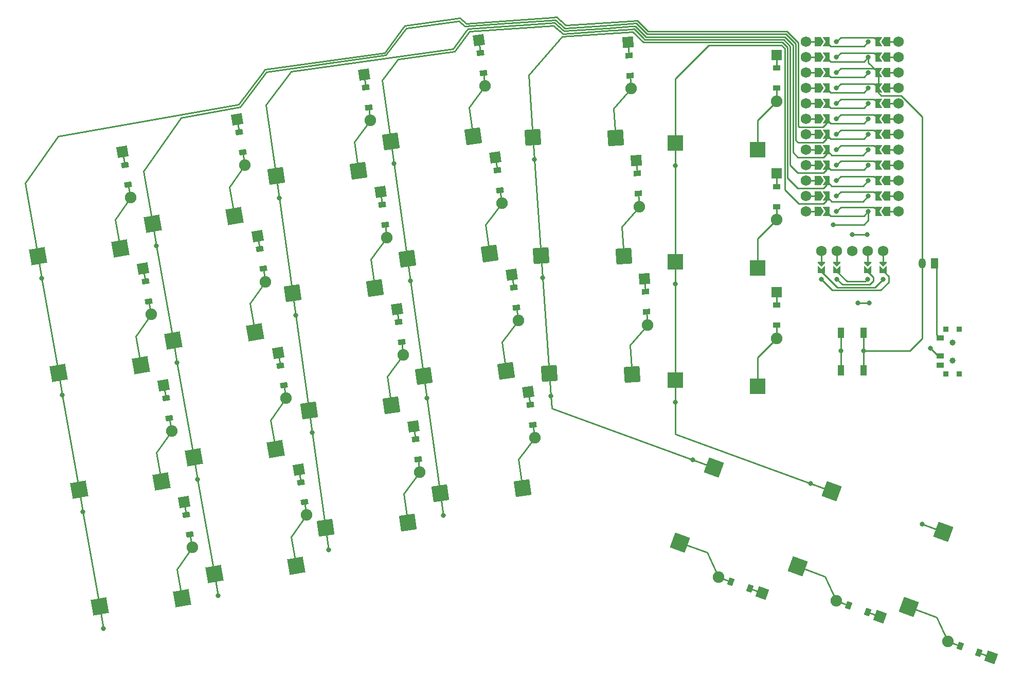
<source format=gbr>
%TF.GenerationSoftware,KiCad,Pcbnew,8.0.2*%
%TF.CreationDate,2024-05-15T16:11:07-05:00*%
%TF.ProjectId,janus,6a616e75-732e-46b6-9963-61645f706362,v1.0.0*%
%TF.SameCoordinates,Original*%
%TF.FileFunction,Copper,L2,Bot*%
%TF.FilePolarity,Positive*%
%FSLAX46Y46*%
G04 Gerber Fmt 4.6, Leading zero omitted, Abs format (unit mm)*
G04 Created by KiCad (PCBNEW 8.0.2) date 2024-05-15 16:11:07*
%MOMM*%
%LPD*%
G01*
G04 APERTURE LIST*
G04 Aperture macros list*
%AMRotRect*
0 Rectangle, with rotation*
0 The origin of the aperture is its center*
0 $1 length*
0 $2 width*
0 $3 Rotation angle, in degrees counterclockwise*
0 Add horizontal line*
21,1,$1,$2,0,0,$3*%
%AMFreePoly0*
4,1,6,0.600000,0.200000,0.000000,-0.400000,-0.600000,0.200000,-0.600000,0.400000,0.600000,0.400000,0.600000,0.200000,0.600000,0.200000,$1*%
%AMFreePoly1*
4,1,6,0.600000,-0.250000,-0.600000,-0.250000,-0.600000,1.000000,0.000000,0.400000,0.600000,1.000000,0.600000,-0.250000,0.600000,-0.250000,$1*%
%AMFreePoly2*
4,1,6,0.500000,-0.750000,-0.500000,-0.750000,-1.000000,0.000000,-0.500000,0.750000,0.500000,0.750000,0.500000,-0.750000,0.500000,-0.750000,$1*%
%AMFreePoly3*
4,1,6,0.150000,0.000000,0.650000,-0.750000,-0.500000,-0.750000,-0.500000,0.750000,0.650000,0.750000,0.150000,0.000000,0.150000,0.000000,$1*%
G04 Aperture macros list end*
%TA.AperFunction,SMDPad,CuDef*%
%ADD10FreePoly0,0.000000*%
%TD*%
%TA.AperFunction,SMDPad,CuDef*%
%ADD11FreePoly1,0.000000*%
%TD*%
%TA.AperFunction,ComponentPad*%
%ADD12C,0.800000*%
%TD*%
%TA.AperFunction,ComponentPad*%
%ADD13C,1.752600*%
%TD*%
%TA.AperFunction,SMDPad,CuDef*%
%ADD14R,0.900000X0.900000*%
%TD*%
%TA.AperFunction,WasherPad*%
%ADD15C,1.000000*%
%TD*%
%TA.AperFunction,SMDPad,CuDef*%
%ADD16R,1.250000X0.900000*%
%TD*%
%TA.AperFunction,SMDPad,CuDef*%
%ADD17R,1.100000X1.800000*%
%TD*%
%TA.AperFunction,ComponentPad*%
%ADD18R,1.778000X1.778000*%
%TD*%
%TA.AperFunction,SMDPad,CuDef*%
%ADD19R,1.200000X0.900000*%
%TD*%
%TA.AperFunction,ComponentPad*%
%ADD20C,1.905000*%
%TD*%
%TA.AperFunction,SMDPad,CuDef*%
%ADD21RotRect,2.600000X2.600000X10.000000*%
%TD*%
%TA.AperFunction,ComponentPad*%
%ADD22RotRect,1.778000X1.778000X278.000000*%
%TD*%
%TA.AperFunction,SMDPad,CuDef*%
%ADD23RotRect,0.900000X1.200000X278.000000*%
%TD*%
%TA.AperFunction,SMDPad,CuDef*%
%ADD24RotRect,2.600000X2.600000X8.000000*%
%TD*%
%TA.AperFunction,SMDPad,CuDef*%
%ADD25R,2.600000X2.600000*%
%TD*%
%TA.AperFunction,ComponentPad*%
%ADD26RotRect,1.778000X1.778000X160.000000*%
%TD*%
%TA.AperFunction,SMDPad,CuDef*%
%ADD27RotRect,0.900000X1.200000X160.000000*%
%TD*%
%TA.AperFunction,ComponentPad*%
%ADD28RotRect,1.778000X1.778000X274.000000*%
%TD*%
%TA.AperFunction,SMDPad,CuDef*%
%ADD29RotRect,0.900000X1.200000X274.000000*%
%TD*%
%TA.AperFunction,ComponentPad*%
%ADD30RotRect,1.778000X1.778000X280.000000*%
%TD*%
%TA.AperFunction,SMDPad,CuDef*%
%ADD31RotRect,0.900000X1.200000X280.000000*%
%TD*%
%TA.AperFunction,ComponentPad*%
%ADD32R,1.200000X1.700000*%
%TD*%
%TA.AperFunction,ComponentPad*%
%ADD33O,1.200000X1.700000*%
%TD*%
%TA.AperFunction,SMDPad,CuDef*%
%ADD34FreePoly2,180.000000*%
%TD*%
%TA.AperFunction,SMDPad,CuDef*%
%ADD35FreePoly3,180.000000*%
%TD*%
%TA.AperFunction,SMDPad,CuDef*%
%ADD36FreePoly3,0.000000*%
%TD*%
%TA.AperFunction,SMDPad,CuDef*%
%ADD37FreePoly2,0.000000*%
%TD*%
%TA.AperFunction,SMDPad,CuDef*%
%ADD38RotRect,2.600000X2.600000X4.000000*%
%TD*%
%TA.AperFunction,SMDPad,CuDef*%
%ADD39RotRect,2.600000X2.600000X250.000000*%
%TD*%
%TA.AperFunction,ViaPad*%
%ADD40C,0.800000*%
%TD*%
%TA.AperFunction,Conductor*%
%ADD41C,0.250000*%
%TD*%
G04 APERTURE END LIST*
D10*
%TO.P,OLED1,*%
%TO.N,O1*%
X267709351Y-135545229D03*
D11*
%TO.N,P1*%
X267709351Y-136722028D03*
D12*
%TO.N,P2*%
X267709351Y-137992028D03*
D11*
%TO.N,GND*%
X270249345Y-136722033D03*
D10*
%TO.N,O2*%
X270249351Y-135545228D03*
D12*
%TO.N,P3*%
X270249351Y-137992028D03*
D10*
%TO.N,O4*%
X275329351Y-135545228D03*
D11*
%TO.N,P3*%
X275329351Y-136722028D03*
D12*
%TO.N,GND*%
X275329351Y-137992028D03*
D10*
%TO.N,O5*%
X277869354Y-135545228D03*
D11*
%TO.N,P2*%
X277869351Y-136722028D03*
D12*
%TO.N,P1*%
X277869351Y-137992028D03*
D13*
%TO.P,OLED1,1*%
%TO.N,O1*%
X267709351Y-133390028D03*
%TO.P,OLED1,2*%
%TO.N,O2*%
X270249351Y-133390028D03*
%TO.P,OLED1,3*%
%TO.N,VCC*%
X272789351Y-133390028D03*
%TO.P,OLED1,4*%
%TO.N,O4*%
X275329351Y-133390028D03*
%TO.P,OLED1,5*%
%TO.N,O5*%
X277869351Y-133390028D03*
%TD*%
D14*
%TO.P,T1,*%
%TO.N,*%
X290389355Y-146210031D03*
X288189355Y-146210031D03*
D15*
X289289355Y-148410031D03*
X289289355Y-151410031D03*
D14*
X290389355Y-153610031D03*
X288189355Y-153610031D03*
D16*
%TO.P,T1,1*%
%TO.N,BPOS*%
X287214355Y-147660031D03*
%TO.P,T1,2*%
%TO.N,RAW*%
X287214355Y-150660031D03*
%TO.P,T1,3*%
%TO.N,N/C*%
X287214355Y-152160031D03*
%TD*%
D17*
%TO.P,B1,1*%
%TO.N,GND*%
X274639354Y-146810049D03*
X274639354Y-153010031D03*
%TO.P,B1,2*%
%TO.N,RST*%
X270939354Y-146810049D03*
X270939354Y-153010031D03*
%TD*%
D18*
%TO.P,D20,1*%
%TO.N,P8*%
X260289343Y-140100035D03*
D19*
X260289343Y-142260035D03*
%TO.P,D20,2*%
%TO.N,inner_bottom*%
X260289343Y-145560035D03*
D20*
X260289343Y-147720035D03*
%TD*%
D21*
%TO.P,S6,1*%
%TO.N,P19*%
X164369587Y-167288316D03*
D12*
X165008961Y-170914370D03*
D21*
%TO.P,S6,2*%
%TO.N,pinky_bottom*%
X177896062Y-165969432D03*
%TD*%
D22*
%TO.P,D12,1*%
%TO.N,P6*%
X192412629Y-104307571D03*
D23*
X192713244Y-106446550D03*
%TO.P,D12,2*%
%TO.N,ring_top*%
X193172516Y-109714434D03*
D20*
X193473131Y-111853413D03*
%TD*%
D12*
%TO.P,S12,1*%
%TO.N,P18*%
X178431739Y-124643245D03*
D24*
X177919304Y-120997078D03*
%TO.P,S12,2*%
%TO.N,ring_top*%
X191483567Y-120151063D03*
%TD*%
D25*
%TO.P,S22,1*%
%TO.N,P16*%
X243614359Y-115610034D03*
D12*
X243614359Y-119292034D03*
D25*
%TO.P,S22,2*%
%TO.N,inner_top*%
X257164359Y-116660034D03*
%TD*%
D26*
%TO.P,D23,1*%
%TO.N,P9*%
X257949704Y-189626631D03*
D27*
X255919974Y-188887868D03*
%TO.P,D23,2*%
%TO.N,inner_cluster*%
X252818978Y-187759200D03*
D20*
X250789248Y-187020437D03*
%TD*%
D22*
%TO.P,D15,1*%
%TO.N,P7*%
X214019207Y-117933125D03*
D23*
X214319822Y-120072104D03*
%TO.P,D15,2*%
%TO.N,middle_home*%
X214779094Y-123339988D03*
D20*
X215079709Y-125478967D03*
%TD*%
D21*
%TO.P,S8,1*%
%TO.N,P19*%
X157597291Y-128880805D03*
D12*
X158236665Y-132506859D03*
D21*
%TO.P,S8,2*%
%TO.N,pinky_top*%
X171123766Y-127561921D03*
%TD*%
%TO.P,S4,1*%
%TO.N,P20*%
X138740845Y-134236567D03*
D12*
X139380219Y-137862621D03*
D21*
%TO.P,S4,2*%
%TO.N,outer_top*%
X152267320Y-132917683D03*
%TD*%
D12*
%TO.P,S15,1*%
%TO.N,P15*%
X200038326Y-138268785D03*
D24*
X199525891Y-134622618D03*
%TO.P,S15,2*%
%TO.N,middle_home*%
X213090154Y-133776603D03*
%TD*%
D21*
%TO.P,S1,1*%
%TO.N,P20*%
X148899266Y-191847820D03*
D12*
X149538640Y-195473874D03*
D21*
%TO.P,S1,2*%
%TO.N,outer_mod*%
X162425741Y-190528936D03*
%TD*%
D25*
%TO.P,S20,1*%
%TO.N,P16*%
X243614348Y-154610041D03*
D12*
X243614348Y-158292041D03*
D25*
%TO.P,S20,2*%
%TO.N,inner_bottom*%
X257164348Y-155660041D03*
%TD*%
D28*
%TO.P,D19,1*%
%TO.N,P6*%
X235840585Y-99006181D03*
D29*
X235991259Y-101160919D03*
%TO.P,D19,2*%
%TO.N,index_top*%
X236221455Y-104452881D03*
D20*
X236372129Y-106607619D03*
%TD*%
D12*
%TO.P,S16,1*%
%TO.N,P15*%
X197324456Y-118958560D03*
D24*
X196812021Y-115312393D03*
%TO.P,S16,2*%
%TO.N,middle_top*%
X210376284Y-114466378D03*
%TD*%
D30*
%TO.P,D3,1*%
%TO.N,P7*%
X156029023Y-136255170D03*
D31*
X156404104Y-138382355D03*
%TO.P,D3,2*%
%TO.N,outer_home*%
X156977142Y-141632223D03*
D20*
X157352223Y-143759408D03*
%TD*%
D26*
%TO.P,D25,1*%
%TO.N,P9*%
X295659414Y-200215192D03*
D27*
X293629679Y-199476428D03*
%TO.P,D25,2*%
%TO.N,outer_cluster*%
X290528691Y-198347762D03*
D20*
X288498956Y-197608998D03*
%TD*%
D30*
%TO.P,D5,1*%
%TO.N,P9*%
X181657756Y-169306913D03*
D31*
X182032837Y-171434098D03*
%TO.P,D5,2*%
%TO.N,pinky_mod*%
X182605875Y-174683966D03*
D20*
X182980956Y-176811151D03*
%TD*%
D22*
%TO.P,D11,1*%
%TO.N,P7*%
X195126498Y-123617787D03*
D23*
X195427113Y-125756766D03*
%TO.P,D11,2*%
%TO.N,ring_home*%
X195886385Y-129024650D03*
D20*
X196187000Y-131163629D03*
%TD*%
D30*
%TO.P,D7,1*%
%TO.N,P7*%
X174885473Y-130899409D03*
D31*
X175260554Y-133026594D03*
%TO.P,D7,2*%
%TO.N,pinky_home*%
X175833592Y-136276462D03*
D20*
X176208673Y-138403647D03*
%TD*%
D32*
%TO.P,JST1,1*%
%TO.N,BPOS*%
X286289342Y-135410035D03*
D33*
%TO.P,JST1,2*%
%TO.N,GND*%
X284289342Y-135410027D03*
%TD*%
D22*
%TO.P,D9,1*%
%TO.N,P9*%
X200554252Y-162238248D03*
D23*
X200854867Y-164377227D03*
%TO.P,D9,2*%
%TO.N,ring_mod*%
X201314139Y-167645111D03*
D20*
X201614754Y-169784090D03*
%TD*%
D21*
%TO.P,S7,1*%
%TO.N,P19*%
X160983436Y-148084559D03*
D12*
X161622810Y-151710613D03*
D21*
%TO.P,S7,2*%
%TO.N,pinky_home*%
X174509911Y-146765675D03*
%TD*%
D28*
%TO.P,D17,1*%
%TO.N,P8*%
X238561101Y-137911179D03*
D29*
X238711775Y-140065917D03*
%TO.P,D17,2*%
%TO.N,index_bottom*%
X238941971Y-143357879D03*
D20*
X239092645Y-145512617D03*
%TD*%
D12*
%TO.P,S9,1*%
%TO.N,P18*%
X186573375Y-182573921D03*
D24*
X186060940Y-178927754D03*
%TO.P,S9,2*%
%TO.N,ring_mod*%
X199625203Y-178081739D03*
%TD*%
D18*
%TO.P,D21,1*%
%TO.N,P7*%
X260289345Y-120600032D03*
D19*
X260289345Y-122760032D03*
%TO.P,D21,2*%
%TO.N,inner_home*%
X260289345Y-126060032D03*
D20*
X260289345Y-128220032D03*
%TD*%
D12*
%TO.P,S13,1*%
%TO.N,P15*%
X205466080Y-176889248D03*
D24*
X204953645Y-173243081D03*
%TO.P,S13,2*%
%TO.N,middle_mod*%
X218517908Y-172397066D03*
%TD*%
D13*
%TO.P,MCU1,*%
%TO.N,2*%
X265169359Y-101480032D03*
%TO.N,3*%
X265169359Y-104020034D03*
%TO.N,4*%
X265169359Y-106560034D03*
%TO.N,5*%
X265169359Y-109100034D03*
%TO.N,6*%
X265169359Y-111640034D03*
%TO.N,7*%
X265169359Y-114180034D03*
%TO.N,8*%
X265169359Y-116720034D03*
%TO.N,9*%
X265169359Y-119260034D03*
%TO.N,10*%
X265169359Y-121800034D03*
%TO.N,11*%
X265169359Y-124340036D03*
%TO.N,12*%
X265169366Y-126880034D03*
%TO.N,1*%
X265169367Y-98940034D03*
D34*
%TO.N,3*%
X267074353Y-104020034D03*
%TO.N,10*%
X267074353Y-121800034D03*
%TO.N,6*%
X267074358Y-111640041D03*
%TO.N,1*%
X267074359Y-98940034D03*
%TO.N,2*%
X267074359Y-101480034D03*
%TO.N,4*%
X267074359Y-106560034D03*
%TO.N,5*%
X267074359Y-109100034D03*
%TO.N,8*%
X267074359Y-116720034D03*
%TO.N,9*%
X267074359Y-119260037D03*
%TO.N,11*%
X267074359Y-124340034D03*
%TO.N,12*%
X267074359Y-126880034D03*
%TO.N,7*%
X267074360Y-114180021D03*
D35*
%TO.N,RAW*%
X268524354Y-98940031D03*
%TO.N,VCC*%
X268524359Y-106560030D03*
%TO.N,P20*%
X268524358Y-111640034D03*
%TO.N,P18*%
X268524359Y-116720036D03*
%TO.N,P15*%
X268524359Y-119260034D03*
%TO.N,P16*%
X268524359Y-124340034D03*
%TO.N,P21*%
X268524361Y-109100027D03*
%TO.N,P19*%
X268524362Y-114180036D03*
%TO.N,GND*%
X268524364Y-101480036D03*
%TO.N,RST*%
X268524365Y-104020034D03*
%TO.N,P14*%
X268524365Y-121800034D03*
%TO.N,P10*%
X268524365Y-126880036D03*
D36*
%TO.N,P1*%
X277054353Y-98940032D03*
%TO.N,GND*%
X277054353Y-104020034D03*
%TO.N,P7*%
X277054353Y-121800034D03*
%TO.N,P8*%
X277054354Y-124340032D03*
%TO.N,P3*%
X277054356Y-111640032D03*
%TO.N,P5*%
X277054357Y-116720041D03*
%TO.N,P0*%
X277054359Y-101480034D03*
%TO.N,GND*%
X277054359Y-106560034D03*
%TO.N,P2*%
X277054359Y-109100032D03*
%TO.N,P4*%
X277054360Y-114180034D03*
%TO.N,P6*%
X277054359Y-119260038D03*
%TO.N,P9*%
X277054364Y-126880037D03*
D37*
%TO.N,19*%
X278504358Y-111640047D03*
%TO.N,24*%
X278504359Y-98940034D03*
%TO.N,23*%
X278504359Y-101480034D03*
%TO.N,21*%
X278504359Y-106560031D03*
%TO.N,20*%
X278504359Y-109100034D03*
%TO.N,17*%
X278504359Y-116720034D03*
%TO.N,16*%
X278504359Y-119260034D03*
%TO.N,14*%
X278504359Y-124340034D03*
%TO.N,13*%
X278504359Y-126880034D03*
%TO.N,18*%
X278504360Y-114180027D03*
%TO.N,22*%
X278504365Y-104020034D03*
%TO.N,15*%
X278504365Y-121800034D03*
D13*
%TO.N,13*%
X280409351Y-126880034D03*
%TO.N,24*%
X280409352Y-98940034D03*
%TO.N,23*%
X280409359Y-101480032D03*
%TO.N,22*%
X280409359Y-104020034D03*
%TO.N,21*%
X280409359Y-106560034D03*
%TO.N,20*%
X280409359Y-109100034D03*
%TO.N,19*%
X280409359Y-111640034D03*
%TO.N,18*%
X280409359Y-114180034D03*
%TO.N,17*%
X280409359Y-116720034D03*
%TO.N,16*%
X280409359Y-119260034D03*
%TO.N,15*%
X280409359Y-121800034D03*
%TO.N,14*%
X280409359Y-124340036D03*
D12*
%TO.P,MCU1,B+*%
%TO.N,RAW*%
X275409359Y-98940034D03*
%TO.P,MCU1,GND*%
%TO.N,GND*%
X270169359Y-106560034D03*
X270169360Y-104020034D03*
X275409359Y-101480034D03*
%TO.P,MCU1,P0*%
%TO.N,P0*%
X270169359Y-101480034D03*
%TO.P,MCU1,P1*%
%TO.N,P1*%
X270169359Y-98940034D03*
%TO.P,MCU1,P2*%
%TO.N,P2*%
X270169359Y-109100034D03*
%TO.P,MCU1,P3*%
%TO.N,P3*%
X270169354Y-111640039D03*
%TO.P,MCU1,P4*%
%TO.N,P4*%
X270169359Y-114180034D03*
%TO.P,MCU1,P5*%
%TO.N,P5*%
X270169359Y-116720034D03*
%TO.P,MCU1,P6*%
%TO.N,P6*%
X270169359Y-119260034D03*
%TO.P,MCU1,P7*%
%TO.N,P7*%
X270169359Y-121800039D03*
%TO.P,MCU1,P8*%
%TO.N,P8*%
X270169359Y-124340034D03*
%TO.P,MCU1,P9*%
%TO.N,P9*%
X270169359Y-126880034D03*
%TO.P,MCU1,P10*%
%TO.N,P10*%
X275409359Y-126880034D03*
%TO.P,MCU1,P14*%
%TO.N,P14*%
X275409358Y-121800034D03*
%TO.P,MCU1,P15*%
%TO.N,P15*%
X275409359Y-119260034D03*
%TO.P,MCU1,P16*%
%TO.N,P16*%
X275409359Y-124340034D03*
%TO.P,MCU1,P18*%
%TO.N,P18*%
X275409359Y-116720034D03*
%TO.P,MCU1,P19*%
%TO.N,P19*%
X275409364Y-114180029D03*
%TO.P,MCU1,P20*%
%TO.N,P20*%
X275409359Y-111640034D03*
%TO.P,MCU1,P21*%
%TO.N,P21*%
X275409359Y-109100034D03*
%TO.P,MCU1,RST*%
%TO.N,RST*%
X275409359Y-104020029D03*
%TO.P,MCU1,VCC*%
%TO.N,VCC*%
X275409359Y-106560034D03*
%TD*%
D30*
%TO.P,D2,1*%
%TO.N,P8*%
X159415160Y-155458915D03*
D31*
X159790241Y-157586100D03*
%TO.P,D2,2*%
%TO.N,outer_bottom*%
X160363279Y-160835968D03*
D20*
X160738360Y-162963153D03*
%TD*%
D21*
%TO.P,S3,1*%
%TO.N,P20*%
X142126986Y-153440314D03*
D12*
X142766360Y-157066368D03*
D21*
%TO.P,S3,2*%
%TO.N,outer_home*%
X155653461Y-152121430D03*
%TD*%
D38*
%TO.P,S17,1*%
%TO.N,P14*%
X222938872Y-153549022D03*
D12*
X223195716Y-157222053D03*
D38*
%TO.P,S17,2*%
%TO.N,index_bottom*%
X236529110Y-153651264D03*
%TD*%
D30*
%TO.P,D6,1*%
%TO.N,P8*%
X178271608Y-150103165D03*
D31*
X178646689Y-152230350D03*
%TO.P,D6,2*%
%TO.N,pinky_bottom*%
X179219727Y-155480218D03*
D20*
X179594808Y-157607403D03*
%TD*%
D22*
%TO.P,D10,1*%
%TO.N,P8*%
X197840379Y-142928034D03*
D23*
X198140994Y-145067013D03*
%TO.P,D10,2*%
%TO.N,ring_bottom*%
X198600266Y-148334897D03*
D20*
X198900881Y-150473876D03*
%TD*%
D21*
%TO.P,S2,1*%
%TO.N,P20*%
X145513126Y-172644068D03*
D12*
X146152500Y-176270122D03*
D21*
%TO.P,S2,2*%
%TO.N,outer_bottom*%
X159039601Y-171325184D03*
%TD*%
D30*
%TO.P,D1,1*%
%TO.N,P9*%
X162801287Y-174662671D03*
D31*
X163176368Y-176789856D03*
%TO.P,D1,2*%
%TO.N,outer_mod*%
X163749406Y-180039724D03*
D20*
X164124487Y-182166909D03*
%TD*%
D25*
%TO.P,S21,1*%
%TO.N,P16*%
X243614351Y-135110039D03*
D12*
X243614351Y-138792039D03*
D25*
%TO.P,S21,2*%
%TO.N,inner_home*%
X257164351Y-136160039D03*
%TD*%
D26*
%TO.P,D24,1*%
%TO.N,P9*%
X277335402Y-193545801D03*
D27*
X275305667Y-192807037D03*
%TO.P,D24,2*%
%TO.N,home_cluster*%
X272204679Y-191678371D03*
D20*
X270174944Y-190939607D03*
%TD*%
D12*
%TO.P,S14,1*%
%TO.N,P15*%
X202752209Y-157579019D03*
D24*
X202239774Y-153932852D03*
%TO.P,S14,2*%
%TO.N,middle_bottom*%
X215804037Y-153086837D03*
%TD*%
D18*
%TO.P,D22,1*%
%TO.N,P6*%
X260289346Y-101100033D03*
D19*
X260289346Y-103260033D03*
%TO.P,D22,2*%
%TO.N,inner_top*%
X260289346Y-106560033D03*
D20*
X260289346Y-108720033D03*
%TD*%
D39*
%TO.P,S24,1*%
%TO.N,P16*%
X269403652Y-172913709D03*
D12*
X265943704Y-171654391D03*
D39*
%TO.P,S24,2*%
%TO.N,home_cluster*%
X263782602Y-185287423D03*
%TD*%
%TO.P,S23,1*%
%TO.N,P14*%
X250017977Y-168994542D03*
D12*
X246558027Y-167735228D03*
D39*
%TO.P,S23,2*%
%TO.N,inner_cluster*%
X244396928Y-181368258D03*
%TD*%
D30*
%TO.P,D4,1*%
%TO.N,P6*%
X152642877Y-117051417D03*
D31*
X153017958Y-119178602D03*
%TO.P,D4,2*%
%TO.N,outer_top*%
X153590996Y-122428470D03*
D20*
X153966077Y-124555655D03*
%TD*%
D21*
%TO.P,S5,1*%
%TO.N,P19*%
X167755715Y-186492059D03*
D12*
X168395089Y-190118113D03*
D21*
%TO.P,S5,2*%
%TO.N,pinky_mod*%
X181282190Y-185173175D03*
%TD*%
D38*
%TO.P,S18,1*%
%TO.N,P14*%
X221578630Y-134096524D03*
D12*
X221835474Y-137769555D03*
D38*
%TO.P,S18,2*%
%TO.N,index_home*%
X235168868Y-134198766D03*
%TD*%
D30*
%TO.P,D8,1*%
%TO.N,P6*%
X171499338Y-111695657D03*
D31*
X171874419Y-113822842D03*
%TO.P,D8,2*%
%TO.N,pinky_top*%
X172447457Y-117072710D03*
D20*
X172822538Y-119199895D03*
%TD*%
D22*
%TO.P,D13,1*%
%TO.N,P9*%
X219446952Y-156553576D03*
D23*
X219747567Y-158692555D03*
%TO.P,D13,2*%
%TO.N,middle_mod*%
X220206839Y-161960439D03*
D20*
X220507454Y-164099418D03*
%TD*%
D12*
%TO.P,S11,1*%
%TO.N,P18*%
X181145627Y-143953479D03*
D24*
X180633192Y-140307312D03*
%TO.P,S11,2*%
%TO.N,ring_home*%
X194197455Y-139461297D03*
%TD*%
D22*
%TO.P,D16,1*%
%TO.N,P6*%
X211305333Y-98622891D03*
D23*
X211605948Y-100761870D03*
%TO.P,D16,2*%
%TO.N,middle_top*%
X212065220Y-104029754D03*
D20*
X212365835Y-106168733D03*
%TD*%
D38*
%TO.P,S19,1*%
%TO.N,P14*%
X220218374Y-114644026D03*
D12*
X220475218Y-118317057D03*
D38*
%TO.P,S19,2*%
%TO.N,index_top*%
X233808612Y-114746268D03*
%TD*%
D22*
%TO.P,D14,1*%
%TO.N,P8*%
X216733074Y-137243350D03*
D23*
X217033689Y-139382329D03*
%TO.P,D14,2*%
%TO.N,middle_bottom*%
X217492961Y-142650213D03*
D20*
X217793576Y-144789192D03*
%TD*%
D28*
%TO.P,D18,1*%
%TO.N,P7*%
X237200848Y-118458676D03*
D29*
X237351522Y-120613414D03*
%TO.P,D18,2*%
%TO.N,index_home*%
X237581718Y-123905376D03*
D20*
X237732392Y-126060114D03*
%TD*%
D39*
%TO.P,S25,1*%
%TO.N,P10*%
X287727654Y-179583115D03*
D12*
X284267706Y-178323797D03*
D39*
%TO.P,S25,2*%
%TO.N,outer_cluster*%
X282106604Y-191956829D03*
%TD*%
D12*
%TO.P,S10,1*%
%TO.N,P18*%
X183859495Y-163263697D03*
D24*
X183347060Y-159617530D03*
%TO.P,S10,2*%
%TO.N,ring_bottom*%
X196911323Y-158771515D03*
%TD*%
D40*
%TO.N,RST*%
X275546502Y-141943056D03*
X273732206Y-141943058D03*
X270939353Y-149766252D03*
%TO.N,GND*%
X274639354Y-149766257D03*
%TO.N,P10*%
X269617404Y-129014455D03*
%TO.N,RAW*%
X285644805Y-149359855D03*
%TO.N,P1*%
X275205404Y-130640056D03*
X272767004Y-130640057D03*
%TD*%
D41*
%TO.N,RST*%
X273732206Y-141943058D02*
X275546502Y-141943056D01*
%TO.N,GND*%
X284289343Y-147743517D02*
X284289346Y-135410033D01*
X282266606Y-149766258D02*
X284289343Y-147743517D01*
X274639354Y-149766257D02*
X282266606Y-149766258D01*
X274639354Y-149766257D02*
X274639352Y-146810044D01*
X274639356Y-153010029D02*
X274639354Y-149766257D01*
%TO.N,RST*%
X270939353Y-153010034D02*
X270939353Y-149766252D01*
X270939351Y-146810049D02*
X270939353Y-149766252D01*
%TO.N,O1*%
X267709349Y-133390035D02*
X267709339Y-135706035D01*
%TO.N,O4*%
X275329349Y-133390040D02*
X275329349Y-135706039D01*
%TO.N,O5*%
X277869355Y-133390033D02*
X277869346Y-135706036D01*
%TO.N,O2*%
X270249347Y-133390029D02*
X270249348Y-135706039D01*
%TO.N,P15*%
X263823779Y-120471568D02*
X268067822Y-120471570D01*
X269249356Y-119985035D02*
X274684356Y-119985031D01*
X236844252Y-96803419D02*
X238304895Y-98264070D01*
X233434198Y-97037039D02*
X236416572Y-96828494D01*
X200038333Y-138268793D02*
X200038329Y-138268789D01*
X262566905Y-119214695D02*
X263823779Y-120471568D01*
X233168581Y-97055612D02*
X233434198Y-97037039D01*
X207296719Y-100480576D02*
X209761157Y-97210169D01*
X268524357Y-119260031D02*
X269249356Y-119985035D01*
X205466077Y-176889247D02*
X204953646Y-173243088D01*
X196812020Y-115312397D02*
X195398850Y-105257178D01*
X236775157Y-96803420D02*
X236844252Y-96803419D01*
X202239776Y-153932856D02*
X200038333Y-138268793D01*
X223592109Y-96243013D02*
X225170294Y-97614912D01*
X198065640Y-101777922D02*
X207296719Y-100480576D01*
X202752207Y-157579032D02*
X202752205Y-157579029D01*
X268524357Y-120015033D02*
X268524357Y-119260031D01*
X262566909Y-99653905D02*
X262566905Y-119214695D01*
X197324456Y-118958575D02*
X197324455Y-118958572D01*
X268067822Y-120471570D02*
X268524357Y-120015033D01*
X200038329Y-138268791D02*
X199525893Y-134622631D01*
X236416572Y-96828494D02*
X236416577Y-96828494D01*
X233168567Y-97055617D02*
X233168581Y-97055612D01*
X202752198Y-157579022D02*
X202239778Y-153932854D01*
X195398850Y-105257178D02*
X198015334Y-101784985D01*
X204953645Y-173243084D02*
X202752207Y-157579032D01*
X261478173Y-98565152D02*
X262566909Y-99653905D01*
X209761157Y-97210169D02*
X223592109Y-96243013D01*
X236416577Y-96828494D02*
X236775157Y-96803420D01*
X199525892Y-134622625D02*
X197324456Y-118958575D01*
X198015334Y-101784985D02*
X198065640Y-101777922D01*
X238304895Y-98264070D02*
X238605989Y-98565164D01*
X225170294Y-97614912D02*
X233168567Y-97055617D01*
X274684356Y-119985031D02*
X275409357Y-119260032D01*
X238605989Y-98565164D02*
X261478173Y-98565152D01*
X197324456Y-118958572D02*
X196812021Y-115312394D01*
%TO.N,outer_mod*%
X163749413Y-180039724D02*
X163749418Y-180039723D01*
X164124487Y-182166897D02*
X163749413Y-180039724D01*
X161589629Y-185787071D02*
X164124487Y-182166897D01*
X162425729Y-190528938D02*
X161589629Y-185787071D01*
%TO.N,outer_bottom*%
X159039605Y-171325179D02*
X158203483Y-166583326D01*
X160363281Y-160835972D02*
X160363281Y-160835975D01*
X158203483Y-166583326D02*
X160738352Y-162963154D01*
X160738352Y-162963154D02*
X160363281Y-160835972D01*
%TO.N,outer_home*%
X156977132Y-141632227D02*
X156977132Y-141632228D01*
X154817343Y-147379575D02*
X157352216Y-143759408D01*
X155653453Y-152121430D02*
X154817343Y-147379575D01*
X157352216Y-143759408D02*
X156977132Y-141632227D01*
%TO.N,outer_top*%
X151431199Y-128175818D02*
X153966076Y-124555645D01*
X152267321Y-132917676D02*
X151431199Y-128175818D01*
X153966076Y-124555645D02*
X153591008Y-122428470D01*
X153591008Y-122428470D02*
X153591003Y-122428471D01*
%TO.N,P14*%
X220475223Y-118317056D02*
X220218375Y-114644022D01*
X221835461Y-137769558D02*
X221835463Y-137769562D01*
X268524363Y-121800031D02*
X269411055Y-122686725D01*
X222938875Y-153549027D02*
X223195719Y-157222058D01*
X223319717Y-159277174D02*
X223298736Y-159232182D01*
X221578636Y-134096525D02*
X221835463Y-137769556D01*
X246558011Y-167735230D02*
X250017968Y-168994532D01*
X221578635Y-134096527D02*
X220475221Y-118317054D01*
X246558019Y-167735225D02*
X246558011Y-167735230D01*
X262116905Y-99840292D02*
X262116909Y-121304694D01*
X261291769Y-99015162D02*
X262116905Y-99840292D01*
X250017968Y-168994532D02*
X250017966Y-168994528D01*
X262116909Y-121304694D02*
X263823790Y-123011567D01*
X223160972Y-157262026D02*
X223298736Y-159232182D01*
X223195713Y-157222054D02*
X223160972Y-157262026D01*
X246558020Y-167735227D02*
X223319717Y-159277174D01*
X269411055Y-122686725D02*
X274522665Y-122686726D01*
X222938876Y-153549027D02*
X221835461Y-137769558D01*
X274522665Y-122686726D02*
X275409353Y-121800035D01*
X219503318Y-104418153D02*
X225015749Y-98076821D01*
X268524363Y-122555032D02*
X268524363Y-121800031D01*
X238370449Y-99015158D02*
X261291769Y-99015162D01*
X225015749Y-98076821D02*
X236620606Y-97265324D01*
X236620606Y-97265324D02*
X238370449Y-99015158D01*
X220218377Y-114644019D02*
X219503318Y-104418153D01*
X263823790Y-123011567D02*
X268067829Y-123011565D01*
X220475221Y-118317054D02*
X220475222Y-118317053D01*
X268067829Y-123011565D02*
X268524363Y-122555032D01*
%TO.N,pinky_mod*%
X182980951Y-176811151D02*
X182605870Y-174683971D01*
X182605870Y-174683971D02*
X182605867Y-174683971D01*
X181282187Y-185173185D02*
X180446074Y-180431323D01*
X180446074Y-180431323D02*
X182980951Y-176811151D01*
%TO.N,pinky_bottom*%
X179594812Y-157607403D02*
X179219744Y-155480216D01*
X177896050Y-165969430D02*
X177059939Y-161227583D01*
X179219744Y-155480216D02*
X179219742Y-155480214D01*
X177059939Y-161227583D02*
X179594812Y-157607403D01*
%TO.N,pinky_home*%
X175833592Y-136276469D02*
X175833584Y-136276469D01*
X176208665Y-138403650D02*
X175833592Y-136276469D01*
X174509908Y-146765671D02*
X173673799Y-142023828D01*
X173673799Y-142023828D02*
X176208665Y-138403650D01*
%TO.N,pinky_top*%
X170287649Y-122820082D02*
X172822533Y-119199890D01*
X172447450Y-117072719D02*
X172447457Y-117072713D01*
X171123774Y-127561923D02*
X170287649Y-122820082D01*
X172822533Y-119199890D02*
X172447450Y-117072719D01*
%TO.N,P16*%
X243614347Y-115610031D02*
X243614358Y-119292036D01*
X274522665Y-125226724D02*
X275409356Y-124340032D01*
X268017027Y-125602363D02*
X268524357Y-125095031D01*
X243614349Y-138792039D02*
X243614353Y-138792032D01*
X243614355Y-154610035D02*
X243614352Y-158292038D01*
X268524356Y-124340033D02*
X269411044Y-125226722D01*
X268524357Y-125095031D02*
X268524356Y-124340033D01*
X243622566Y-163530160D02*
X243614345Y-163512540D01*
X265943705Y-171654395D02*
X269403647Y-172913708D01*
X243614350Y-105020913D02*
X249170100Y-99465155D01*
X261666905Y-123318488D02*
X263950782Y-125602364D01*
X261105369Y-99465159D02*
X261666911Y-100026689D01*
X243614346Y-158292041D02*
X243614345Y-163512540D01*
X269411044Y-125226722D02*
X274522665Y-125226724D01*
X249170100Y-99465155D02*
X261105369Y-99465159D01*
X243614358Y-119292034D02*
X243614357Y-119292029D01*
X261666911Y-100026689D02*
X261666905Y-123318488D01*
X243614344Y-135110032D02*
X243614358Y-119292034D01*
X265943697Y-171654390D02*
X243622566Y-163530160D01*
X243614355Y-154610035D02*
X243614349Y-138792039D01*
X243614357Y-115610028D02*
X243614350Y-105020913D01*
X243614343Y-135110033D02*
X243614351Y-138792030D01*
X269403647Y-172913708D02*
X269403648Y-172913710D01*
X263950782Y-125602364D02*
X268017027Y-125602363D01*
%TO.N,ring_mod*%
X201314136Y-167645111D02*
X201314136Y-167645113D01*
X198955083Y-173313604D02*
X201614764Y-169784104D01*
X201614764Y-169784104D02*
X201314136Y-167645111D01*
X199625193Y-178081745D02*
X198955083Y-173313604D01*
%TO.N,ring_bottom*%
X196911323Y-158771517D02*
X196241207Y-154003377D01*
X198900884Y-150473882D02*
X198600269Y-148334901D01*
X198600269Y-148334901D02*
X198600265Y-148334894D01*
X196241207Y-154003377D02*
X198900884Y-150473882D01*
%TO.N,ring_home*%
X193527334Y-134693147D02*
X196187000Y-131163640D01*
X196187000Y-131163640D02*
X195886382Y-129024667D01*
X195886382Y-129024667D02*
X195886374Y-129024663D01*
X194197446Y-139461283D02*
X193527334Y-134693147D01*
%TO.N,ring_top*%
X190813443Y-115382918D02*
X193473116Y-111853411D01*
X191483575Y-120151067D02*
X190813443Y-115382918D01*
X193172514Y-109714439D02*
X193172518Y-109714443D01*
X193473116Y-111853411D02*
X193172514Y-109714439D01*
%TO.N,P10*%
X284267712Y-178323787D02*
X287727655Y-179583102D01*
X287727655Y-179583102D02*
X287727660Y-179583105D01*
X274684356Y-127605034D02*
X275409356Y-126880031D01*
X269249363Y-127605030D02*
X274684356Y-127605034D01*
X268524364Y-126880039D02*
X269249363Y-127605030D01*
X269617404Y-129014455D02*
X274697406Y-129014455D01*
X275409355Y-128302503D02*
X275409356Y-126880031D01*
X274697406Y-129014455D02*
X275409355Y-128302503D01*
%TO.N,middle_mod*%
X218517919Y-172397062D02*
X217847793Y-167628927D01*
X217847793Y-167628927D02*
X220507463Y-164099425D01*
X220507463Y-164099425D02*
X220206838Y-161960432D01*
X220206838Y-161960432D02*
X220206843Y-161960442D01*
%TO.N,middle_bottom*%
X217492969Y-142650212D02*
X217492969Y-142650209D01*
X215804027Y-153086840D02*
X215133903Y-148318692D01*
X217793579Y-144789188D02*
X217492969Y-142650212D01*
X215133903Y-148318692D02*
X217793579Y-144789188D01*
%TO.N,middle_home*%
X212420035Y-129008467D02*
X215079711Y-125478964D01*
X215079711Y-125478964D02*
X214779095Y-123339991D01*
X213090144Y-133776608D02*
X212420035Y-129008467D01*
X214779095Y-123339991D02*
X214779095Y-123339991D01*
%TO.N,middle_top*%
X212065220Y-104029753D02*
X212065223Y-104029759D01*
X210376285Y-114466383D02*
X209706154Y-109698237D01*
X209706154Y-109698237D02*
X212365828Y-106168742D01*
X212365828Y-106168742D02*
X212065220Y-104029753D01*
%TO.N,P20*%
X171370021Y-109327674D02*
X171370030Y-109327675D01*
X142126983Y-153440319D02*
X139380226Y-137862631D01*
X138740847Y-134236567D02*
X136621115Y-122214999D01*
X269249358Y-112365035D02*
X274684353Y-112365033D01*
X195779554Y-100721389D02*
X198780343Y-96739212D01*
X262037353Y-97215155D02*
X263916908Y-99094708D01*
X207565019Y-95089370D02*
X207592338Y-95057942D01*
X145513132Y-172644069D02*
X145513130Y-172644067D01*
X263916908Y-99094708D02*
X263916908Y-112817686D01*
X136621115Y-122214999D02*
X140008080Y-117377922D01*
X149538638Y-195473884D02*
X149538643Y-195473882D01*
X146152506Y-176270130D02*
X146152504Y-176270124D01*
X225505351Y-96117404D02*
X225633961Y-96229193D01*
X208184645Y-95016526D02*
X209188215Y-95888918D01*
X175766250Y-103954844D02*
X176120871Y-103484250D01*
X171370030Y-109327675D02*
X171770781Y-109257014D01*
X231047355Y-95850646D02*
X231047358Y-95850646D01*
X224055764Y-94857298D02*
X225505351Y-96117404D01*
X139380211Y-137862620D02*
X139380213Y-137862619D01*
X142766364Y-157066374D02*
X142126984Y-153440318D01*
X209196751Y-95896336D02*
X223393440Y-94903609D01*
X140008080Y-117377922D02*
X142021376Y-114502635D01*
X146152500Y-176270124D02*
X145513132Y-172644069D01*
X223393440Y-94903609D02*
X224055764Y-94857298D01*
X171770781Y-109257014D02*
X175766250Y-103954844D01*
X264026983Y-112927765D02*
X267991621Y-112927771D01*
X267991621Y-112927771D02*
X268524357Y-112395032D01*
X237380932Y-95409153D02*
X239186928Y-97215162D01*
X268524355Y-111640034D02*
X269249358Y-112365035D01*
X231047358Y-95850646D02*
X236297064Y-95483551D01*
X142126984Y-153440318D02*
X142126980Y-153440315D01*
X142021376Y-114502635D02*
X171370021Y-109327674D01*
X274684353Y-112365033D02*
X275409358Y-111640033D01*
X236297064Y-95483551D02*
X237360998Y-95409155D01*
X209188215Y-95888918D02*
X209196751Y-95896336D01*
X148899266Y-191847821D02*
X146152506Y-176270130D01*
X142766360Y-157066380D02*
X142766360Y-157066374D01*
X207592338Y-95057942D02*
X208184645Y-95016526D01*
X199130317Y-96274791D02*
X207565019Y-95089370D01*
X268524357Y-112395032D02*
X268524355Y-111640034D01*
X138740844Y-134236560D02*
X139380211Y-137862620D01*
X139380226Y-137862631D02*
X139380217Y-137862618D01*
X145513120Y-172644068D02*
X142766360Y-157066380D01*
X198780343Y-96739212D02*
X199130317Y-96274791D01*
X176120871Y-103484250D02*
X195159244Y-100808578D01*
X239186928Y-97215162D02*
X262037353Y-97215155D01*
X237360998Y-95409155D02*
X237380932Y-95409153D01*
X263916908Y-112817686D02*
X264026983Y-112927765D01*
X195159244Y-100808578D02*
X195779554Y-100721389D01*
X148899268Y-191847819D02*
X149538638Y-195473884D01*
X225633961Y-96229193D02*
X231047355Y-95850646D01*
%TO.N,index_bottom*%
X239092643Y-145512617D02*
X238941971Y-143357888D01*
X236529124Y-153651264D02*
X236193243Y-148847995D01*
X236193243Y-148847995D02*
X239092643Y-145512617D01*
%TO.N,index_home*%
X237732391Y-126060124D02*
X237581715Y-123905385D01*
X235168861Y-134198772D02*
X234832990Y-129395503D01*
X234832990Y-129395503D02*
X237732391Y-126060124D01*
%TO.N,index_top*%
X233808617Y-114746269D02*
X233472735Y-109943002D01*
X236372136Y-106607623D02*
X236221465Y-104452887D01*
X233472735Y-109943002D02*
X236372136Y-106607623D01*
%TO.N,P19*%
X237206443Y-95892822D02*
X238978776Y-97665164D01*
X225277893Y-96515926D02*
X225479403Y-96691098D01*
X168395085Y-190118118D02*
X167755717Y-186492054D01*
X261478169Y-97665155D02*
X261850964Y-97665155D01*
X268524359Y-114180036D02*
X269249356Y-114905029D01*
X214835216Y-95953152D02*
X223901215Y-95319197D01*
X261055190Y-97665159D02*
X261478169Y-97665155D01*
X225479403Y-96691098D02*
X231813549Y-96248172D01*
X208030091Y-95478437D02*
X209042201Y-96358255D01*
X160983444Y-148084553D02*
X160983435Y-148084558D01*
X157597293Y-128880808D02*
X157597289Y-128880808D01*
X161622805Y-151710615D02*
X160983444Y-148084553D01*
X269249356Y-114905029D02*
X274684359Y-114905030D01*
X160983436Y-148084559D02*
X158236679Y-132506867D01*
X164369575Y-167288315D02*
X164369578Y-167288324D01*
X167755717Y-186492054D02*
X165008955Y-170914374D01*
X237206438Y-95871062D02*
X237206443Y-95892822D01*
X196026759Y-101141080D02*
X199377525Y-96694464D01*
X158236679Y-132506867D02*
X158236675Y-132506873D01*
X176368074Y-103903924D02*
X196026759Y-101141080D01*
X161622816Y-151710630D02*
X161622806Y-151710614D01*
X267940663Y-115518731D02*
X268524360Y-114935036D01*
X263849344Y-115518730D02*
X267940663Y-115518731D01*
X223901215Y-95319197D02*
X225277893Y-96515926D01*
X209042201Y-96358255D02*
X214835216Y-95953152D01*
X167755717Y-186492054D02*
X167755716Y-186492056D01*
X261850964Y-97665155D02*
X263466910Y-99281099D01*
X172023488Y-109669391D02*
X176368074Y-103903924D01*
X156073246Y-120237492D02*
X162268732Y-111389426D01*
X236328452Y-95932458D02*
X237206438Y-95871062D01*
X231813548Y-96248173D02*
X236328452Y-95932458D01*
X238978776Y-97665164D02*
X261055190Y-97665159D01*
X157597291Y-128880806D02*
X156073246Y-120237492D01*
X263466910Y-99281099D02*
X263466911Y-115136291D01*
X164369568Y-167288310D02*
X161622816Y-151710630D01*
X274684359Y-114905030D02*
X275409361Y-114180029D01*
X263466911Y-115136291D02*
X263849344Y-115518730D01*
X231813549Y-96248172D02*
X231813548Y-96248173D01*
X165008960Y-170914373D02*
X164369575Y-167288315D01*
X165008955Y-170914374D02*
X165008961Y-170914368D01*
X158236676Y-132506872D02*
X157597293Y-128880808D01*
X268524360Y-114935036D02*
X268524359Y-114180036D01*
X199377525Y-96694464D02*
X208030091Y-95478437D01*
X162268732Y-111389426D02*
X172023488Y-109669391D01*
%TO.N,inner_bottom*%
X257164349Y-155660035D02*
X257164349Y-150845026D01*
X257164349Y-150845026D02*
X260289345Y-147720035D01*
X260289341Y-145560037D02*
X260289345Y-147720035D01*
%TO.N,inner_home*%
X260289343Y-126060039D02*
X260289348Y-128220037D01*
X257164359Y-136160031D02*
X257164353Y-131345035D01*
X257164353Y-131345035D02*
X260289348Y-128220037D01*
%TO.N,inner_top*%
X257164347Y-116660035D02*
X257164353Y-111845035D01*
X260289344Y-108720043D02*
X260289346Y-106560039D01*
X257164353Y-111845035D02*
X260289344Y-108720043D01*
%TO.N,inner_cluster*%
X248921523Y-183015073D02*
X250789257Y-187020436D01*
X244396916Y-181368256D02*
X248921523Y-183015073D01*
X252818987Y-187759197D02*
X252818990Y-187759196D01*
X250789257Y-187020436D02*
X252818987Y-187759197D01*
%TO.N,home_cluster*%
X263782602Y-185287429D02*
X268307224Y-186934261D01*
X268307224Y-186934261D02*
X270174939Y-190939607D01*
X270174939Y-190939607D02*
X272204680Y-191678360D01*
X272204680Y-191678360D02*
X272204680Y-191678361D01*
%TO.N,P18*%
X183347058Y-159617533D02*
X181145615Y-143953474D01*
X261664560Y-98115157D02*
X263016905Y-99467500D01*
X180439221Y-103800726D02*
X207049503Y-100060895D01*
X268524356Y-117475034D02*
X268524357Y-116720035D01*
X181145615Y-143953474D02*
X181145625Y-143953474D01*
X209543812Y-96774262D02*
X222797440Y-95847487D01*
X176278507Y-109322181D02*
X180439221Y-103800726D01*
X225118226Y-96973384D02*
X225324851Y-97153002D01*
X236359839Y-96381365D02*
X236575930Y-96366249D01*
X183347060Y-159617532D02*
X183859500Y-163263691D01*
X237030642Y-96353416D02*
X238792381Y-98115164D01*
X223746655Y-95781110D02*
X225118226Y-96973384D01*
X237010447Y-96335865D02*
X237030642Y-96353416D01*
X261037896Y-98115157D02*
X261291773Y-98115162D01*
X274522656Y-117606734D02*
X275409358Y-116720031D01*
X207049503Y-100060895D02*
X209109924Y-97326634D01*
X268524357Y-116720035D02*
X269411053Y-117606733D01*
X225324851Y-97153002D02*
X232377039Y-96659874D01*
X232377040Y-96659873D02*
X236359839Y-96381365D01*
X178431744Y-124643240D02*
X177919308Y-120997080D01*
X232377039Y-96659874D02*
X232377040Y-96659873D01*
X263016905Y-99467500D02*
X263016906Y-117099298D01*
X269411053Y-117606733D02*
X274522656Y-117606734D01*
X222797440Y-95847487D02*
X223746655Y-95781110D01*
X177919316Y-120997076D02*
X176278507Y-109322181D01*
X238792381Y-98115164D02*
X261037896Y-98115157D01*
X186060933Y-178927752D02*
X183859494Y-163263691D01*
X263838953Y-117921336D02*
X268078058Y-117921333D01*
X181145618Y-143953468D02*
X180633190Y-140307298D01*
X263016906Y-117099298D02*
X263838953Y-117921336D01*
X180633191Y-140307306D02*
X178431749Y-124643245D01*
X261291773Y-98115162D02*
X261664560Y-98115157D01*
X186060933Y-178927752D02*
X186573363Y-182573927D01*
X268078058Y-117921333D02*
X268524356Y-117475034D01*
X209106477Y-97277366D02*
X209543812Y-96774262D01*
X209109924Y-97326634D02*
X209106477Y-97277366D01*
X178431749Y-124643245D02*
X178431744Y-124643246D01*
X236575930Y-96366249D02*
X237010447Y-96335865D01*
%TO.N,outer_cluster*%
X282106601Y-191956824D02*
X286631228Y-193603648D01*
X290528685Y-198347768D02*
X288498947Y-197608999D01*
X288498947Y-197608999D02*
X288498953Y-197608989D01*
X286631228Y-193603648D02*
X288498953Y-197608989D01*
%TO.N,P9*%
X162801288Y-174662667D02*
X162801286Y-174662666D01*
X219747572Y-158692554D02*
X219446961Y-156553581D01*
X295659411Y-200215201D02*
X293629667Y-199476431D01*
X257949708Y-189626632D02*
X257949708Y-189626631D01*
X277335395Y-193545799D02*
X277335393Y-193545798D01*
X182032826Y-171434101D02*
X181657761Y-169306920D01*
X200554260Y-162238253D02*
X200554258Y-162238261D01*
X276329358Y-126155033D02*
X270894356Y-126155030D01*
X293629667Y-199476431D02*
X293629667Y-199476429D01*
X275305664Y-192807030D02*
X277335395Y-193545799D01*
X270894356Y-126155030D02*
X270169359Y-126880033D01*
X255919982Y-188887868D02*
X257949708Y-189626632D01*
X163176374Y-176789855D02*
X162801288Y-174662667D01*
X219446961Y-156553581D02*
X219446957Y-156553574D01*
X181657761Y-169306920D02*
X181657754Y-169306924D01*
X200854867Y-164377240D02*
X200554260Y-162238253D01*
X277054361Y-126880036D02*
X276329358Y-126155033D01*
%TO.N,P8*%
X270894358Y-123615032D02*
X270169357Y-124340033D01*
X277054351Y-124340028D02*
X276329353Y-123615033D01*
X217033700Y-139382332D02*
X216733087Y-137243361D01*
X178646686Y-152230343D02*
X178271617Y-150103166D01*
X198140992Y-145067011D02*
X197840377Y-142928039D01*
X159415161Y-155458924D02*
X159415156Y-155458919D01*
X159790234Y-157586102D02*
X159415161Y-155458924D01*
X276329353Y-123615033D02*
X270894358Y-123615032D01*
X260289338Y-140100040D02*
X260289341Y-142260035D01*
X197840377Y-142928039D02*
X197840378Y-142928036D01*
X238711778Y-140065920D02*
X238561094Y-137911176D01*
X216733087Y-137243361D02*
X216733086Y-137243357D01*
X178271617Y-150103166D02*
X178271615Y-150103162D01*
%TO.N,P7*%
X277054350Y-121800032D02*
X276318573Y-121064257D01*
X156404107Y-138382350D02*
X156029012Y-136255168D01*
X214019210Y-117933133D02*
X214019208Y-117933132D01*
X214319825Y-120072097D02*
X214019210Y-117933133D01*
X175260551Y-133026604D02*
X174885467Y-130899411D01*
X156029012Y-136255168D02*
X156029010Y-136255166D01*
X195126498Y-123617804D02*
X195126497Y-123617802D01*
X174885467Y-130899411D02*
X174885465Y-130899410D01*
X237351523Y-120613421D02*
X237200841Y-118458682D01*
X270905140Y-121064257D02*
X270169357Y-121800034D01*
X260289337Y-120600038D02*
X260289349Y-122760041D01*
X276318573Y-121064257D02*
X270905140Y-121064257D01*
X195427118Y-125756770D02*
X195126498Y-123617804D01*
%TO.N,P6*%
X153017958Y-119178597D02*
X152642882Y-117051421D01*
X277054359Y-119260037D02*
X276329351Y-118535034D01*
X270894357Y-118535029D02*
X270169357Y-119260032D01*
X192412626Y-104307580D02*
X192412626Y-104307576D01*
X260289337Y-103260042D02*
X260289344Y-101100036D01*
X276329351Y-118535034D02*
X270894357Y-118535029D01*
X192713245Y-106446554D02*
X192412626Y-104307580D01*
X171499338Y-111695663D02*
X171499333Y-111695658D01*
X171874406Y-113822845D02*
X171499338Y-111695663D01*
X211305343Y-98622901D02*
X211305329Y-98622891D01*
X152642882Y-117051421D02*
X152642874Y-117051413D01*
X235991264Y-101160918D02*
X235840589Y-99006185D01*
X211605942Y-100761877D02*
X211305343Y-98622901D01*
%TO.N,RAW*%
X269249355Y-99665032D02*
X274684359Y-99665034D01*
X285644805Y-149359855D02*
X286944981Y-150660032D01*
X268524355Y-98940034D02*
X269249355Y-99665032D01*
X286944981Y-150660032D02*
X287214357Y-150660031D01*
X274684359Y-99665034D02*
X275409359Y-98940032D01*
%TO.N,GND*%
X274934919Y-138386475D02*
X275329354Y-137992040D01*
X275409354Y-102375039D02*
X275409356Y-101480032D01*
X270249344Y-136722048D02*
X271913785Y-138386463D01*
X270894364Y-103295028D02*
X270169354Y-104020034D01*
X274684354Y-102205032D02*
X275409356Y-101480032D01*
X277054356Y-104020038D02*
X277054351Y-104020034D01*
X277054357Y-106560033D02*
X277054356Y-104020038D01*
X276329346Y-103295027D02*
X270894364Y-103295028D01*
X284289346Y-135410033D02*
X284289343Y-111281125D01*
X270894357Y-105835030D02*
X270169356Y-106560033D01*
X277519383Y-107780057D02*
X277054356Y-107315033D01*
X280788273Y-107780061D02*
X277519383Y-107780057D01*
X271913785Y-138386463D02*
X274934919Y-138386475D01*
X277054357Y-106560033D02*
X276329353Y-105835033D01*
X269249356Y-102205033D02*
X274684354Y-102205032D01*
X284289343Y-111281125D02*
X280788273Y-107780061D01*
X277054351Y-104020034D02*
X275409354Y-102375039D01*
X277054351Y-104020034D02*
X276329346Y-103295027D01*
X268524362Y-101480035D02*
X269249356Y-102205033D01*
X277054356Y-107315033D02*
X277054357Y-106560033D01*
X276329353Y-105835033D02*
X270894357Y-105835030D01*
%TO.N,RST*%
X274684350Y-104745033D02*
X275409354Y-104020028D01*
X268524362Y-104020034D02*
X269249363Y-104745033D01*
X269249363Y-104745033D02*
X274684350Y-104745033D01*
%TO.N,VCC*%
X274684356Y-107285033D02*
X275409356Y-106560030D01*
X269249360Y-107285034D02*
X274684356Y-107285033D01*
X268524355Y-106560029D02*
X269249360Y-107285034D01*
%TO.N,P21*%
X274684355Y-109825034D02*
X275409356Y-109100033D01*
X269249364Y-109825032D02*
X274684355Y-109825034D01*
X268524358Y-109100027D02*
X269249364Y-109825032D01*
%TO.N,P1*%
X276524927Y-139336472D02*
X277869339Y-137992025D01*
X267709347Y-136722030D02*
X270323784Y-139336461D01*
X277054351Y-98940031D02*
X276329352Y-98215035D01*
X276329352Y-98215035D02*
X270894355Y-98215033D01*
X270323784Y-139336461D02*
X276524927Y-139336472D01*
X275205404Y-130640056D02*
X272767004Y-130640057D01*
X270894355Y-98215033D02*
X270169358Y-98940032D01*
%TO.N,P0*%
X277054358Y-101480032D02*
X276329354Y-100755033D01*
X270894356Y-100755032D02*
X270169355Y-101480033D01*
X276329354Y-100755033D02*
X270894356Y-100755032D01*
%TO.N,P2*%
X276329360Y-108375032D02*
X270894360Y-108375028D01*
X278761405Y-138488658D02*
X277463588Y-139786470D01*
X277054356Y-109100033D02*
X276329360Y-108375032D01*
X269503784Y-139786468D02*
X267709345Y-137992042D01*
X277978170Y-136722042D02*
X278761404Y-137505271D01*
X277463588Y-139786470D02*
X269503784Y-139786468D01*
X278761404Y-137505271D02*
X278761405Y-138488658D01*
X277869353Y-136722039D02*
X277978170Y-136722042D01*
X270894360Y-108375028D02*
X270169358Y-109100033D01*
%TO.N,P3*%
X271143772Y-138886478D02*
X270249350Y-137992031D01*
X275696588Y-138886473D02*
X271143772Y-138886478D01*
X277054354Y-111640031D02*
X276329355Y-110915034D01*
X276272205Y-138310860D02*
X275696588Y-138886473D01*
X275329346Y-136722026D02*
X276272205Y-137664888D01*
X276272205Y-137664888D02*
X276272205Y-138310860D01*
X270894353Y-110915033D02*
X270169352Y-111640034D01*
X276329355Y-110915034D02*
X270894353Y-110915033D01*
%TO.N,P4*%
X276329354Y-113455034D02*
X270894360Y-113455032D01*
X277054355Y-114180031D02*
X276329354Y-113455034D01*
X270894360Y-113455032D02*
X270169353Y-114180029D01*
%TO.N,P5*%
X277054355Y-116720041D02*
X276329346Y-115995034D01*
X276329346Y-115995034D02*
X270894359Y-115995031D01*
X270894359Y-115995031D02*
X270169357Y-116720033D01*
%TO.N,BPOS*%
X286686206Y-147131889D02*
X286686204Y-135806887D01*
X287214356Y-147660043D02*
X286686206Y-147131889D01*
X286686204Y-135806887D02*
X286289348Y-135410031D01*
%TO.N,1*%
X265169365Y-98940030D02*
X267074355Y-98940034D01*
%TO.N,2*%
X265169356Y-101480029D02*
X267074355Y-101480029D01*
X267074355Y-101480029D02*
X267074357Y-101480030D01*
%TO.N,3*%
X265169358Y-104020034D02*
X267074351Y-104020029D01*
%TO.N,4*%
X267074359Y-106560033D02*
X265169356Y-106560034D01*
%TO.N,5*%
X267074355Y-109100034D02*
X265169355Y-109100034D01*
%TO.N,6*%
X265169364Y-111640042D02*
X265169354Y-111640033D01*
X267074356Y-111640041D02*
X265169364Y-111640042D01*
%TO.N,7*%
X267074356Y-114180017D02*
X265169369Y-114180021D01*
X265169369Y-114180021D02*
X265169357Y-114180033D01*
%TO.N,8*%
X267074356Y-116720034D02*
X265169358Y-116720032D01*
%TO.N,9*%
X267074355Y-119260035D02*
X265169358Y-119260035D01*
X265169358Y-119260035D02*
X265169354Y-119260032D01*
%TO.N,10*%
X267074350Y-121800034D02*
X265169355Y-121800034D01*
%TO.N,11*%
X267074356Y-124340036D02*
X265169359Y-124340032D01*
X265169359Y-124340032D02*
X265169357Y-124340035D01*
%TO.N,12*%
X267074356Y-126880030D02*
X265169362Y-126880035D01*
%TO.N,13*%
X278504357Y-126880029D02*
X280409347Y-126880033D01*
%TO.N,14*%
X280409355Y-124340033D02*
X280409356Y-124340035D01*
X278504358Y-124340033D02*
X280409355Y-124340033D01*
%TO.N,15*%
X278504361Y-121800034D02*
X280409358Y-121800034D01*
%TO.N,16*%
X278504354Y-119260032D02*
X280409357Y-119260033D01*
%TO.N,17*%
X280409357Y-116720033D02*
X278504357Y-116720031D01*
%TO.N,18*%
X280409356Y-114180032D02*
X278504368Y-114180035D01*
X278504368Y-114180035D02*
X278504357Y-114180025D01*
%TO.N,19*%
X280409343Y-111640042D02*
X280409358Y-111640036D01*
X278504355Y-111640045D02*
X280409343Y-111640042D01*
%TO.N,20*%
X280409360Y-109100033D02*
X278504355Y-109100030D01*
%TO.N,21*%
X280409359Y-106560030D02*
X278504361Y-106560033D01*
X278504361Y-106560033D02*
X278504359Y-106560029D01*
%TO.N,22*%
X280409359Y-104020032D02*
X278504362Y-104020034D01*
%TO.N,23*%
X280409357Y-101480035D02*
X278504358Y-101480028D01*
X278504358Y-101480028D02*
X278504357Y-101480030D01*
%TO.N,24*%
X280409352Y-98940032D02*
X278504355Y-98940032D01*
%TD*%
M02*

</source>
